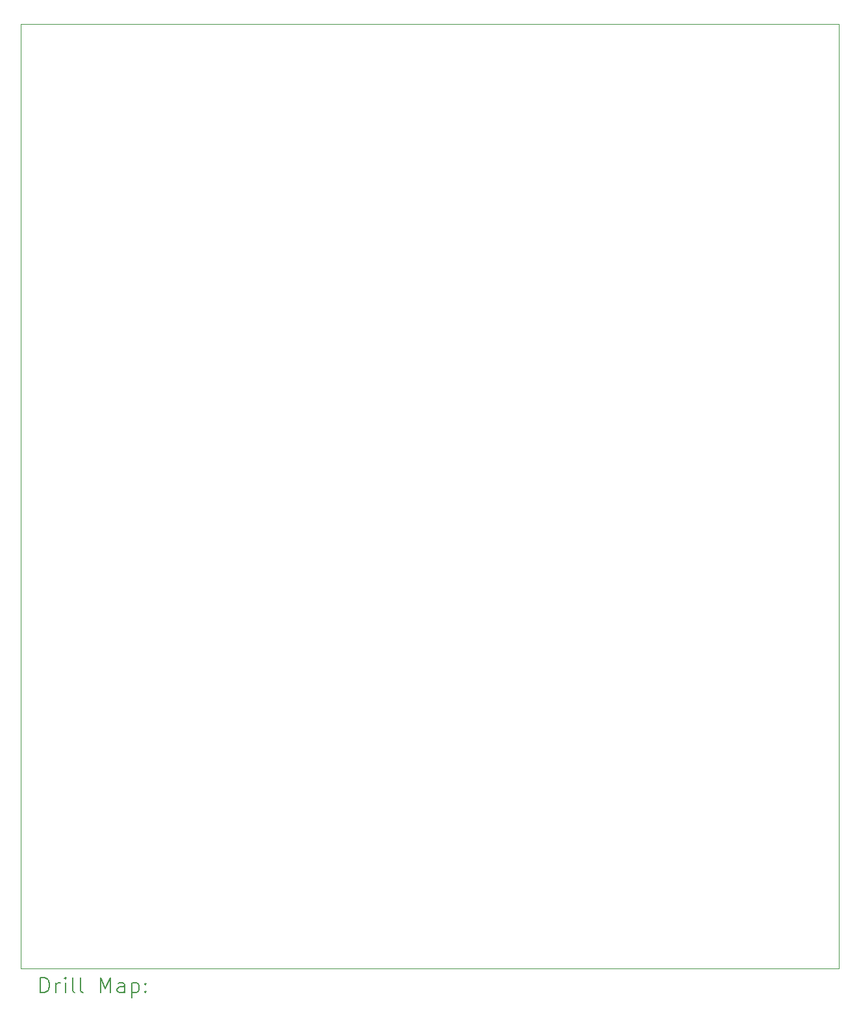
<source format=gbr>
%TF.GenerationSoftware,KiCad,Pcbnew,8.0.5*%
%TF.CreationDate,2024-12-11T17:18:18+01:00*%
%TF.ProjectId,12VSupport,31325653-7570-4706-9f72-742e6b696361,1.0*%
%TF.SameCoordinates,Original*%
%TF.FileFunction,Drillmap*%
%TF.FilePolarity,Positive*%
%FSLAX45Y45*%
G04 Gerber Fmt 4.5, Leading zero omitted, Abs format (unit mm)*
G04 Created by KiCad (PCBNEW 8.0.5) date 2024-12-11 17:18:18*
%MOMM*%
%LPD*%
G01*
G04 APERTURE LIST*
%ADD10C,0.050000*%
%ADD11C,0.200000*%
G04 APERTURE END LIST*
D10*
X4191000Y-4191000D02*
X4191000Y-16510000D01*
X14859000Y-4191000D02*
X4191000Y-4191000D01*
X14859000Y-4191000D02*
X14859000Y-16510000D01*
X14859000Y-16510000D02*
X4191000Y-16510000D01*
D11*
X4449277Y-16823984D02*
X4449277Y-16623984D01*
X4449277Y-16623984D02*
X4496896Y-16623984D01*
X4496896Y-16623984D02*
X4525467Y-16633508D01*
X4525467Y-16633508D02*
X4544515Y-16652555D01*
X4544515Y-16652555D02*
X4554039Y-16671603D01*
X4554039Y-16671603D02*
X4563563Y-16709698D01*
X4563563Y-16709698D02*
X4563563Y-16738269D01*
X4563563Y-16738269D02*
X4554039Y-16776365D01*
X4554039Y-16776365D02*
X4544515Y-16795412D01*
X4544515Y-16795412D02*
X4525467Y-16814460D01*
X4525467Y-16814460D02*
X4496896Y-16823984D01*
X4496896Y-16823984D02*
X4449277Y-16823984D01*
X4649277Y-16823984D02*
X4649277Y-16690650D01*
X4649277Y-16728746D02*
X4658801Y-16709698D01*
X4658801Y-16709698D02*
X4668324Y-16700174D01*
X4668324Y-16700174D02*
X4687372Y-16690650D01*
X4687372Y-16690650D02*
X4706420Y-16690650D01*
X4773086Y-16823984D02*
X4773086Y-16690650D01*
X4773086Y-16623984D02*
X4763563Y-16633508D01*
X4763563Y-16633508D02*
X4773086Y-16643031D01*
X4773086Y-16643031D02*
X4782610Y-16633508D01*
X4782610Y-16633508D02*
X4773086Y-16623984D01*
X4773086Y-16623984D02*
X4773086Y-16643031D01*
X4896896Y-16823984D02*
X4877848Y-16814460D01*
X4877848Y-16814460D02*
X4868324Y-16795412D01*
X4868324Y-16795412D02*
X4868324Y-16623984D01*
X5001658Y-16823984D02*
X4982610Y-16814460D01*
X4982610Y-16814460D02*
X4973086Y-16795412D01*
X4973086Y-16795412D02*
X4973086Y-16623984D01*
X5230229Y-16823984D02*
X5230229Y-16623984D01*
X5230229Y-16623984D02*
X5296896Y-16766841D01*
X5296896Y-16766841D02*
X5363563Y-16623984D01*
X5363563Y-16623984D02*
X5363563Y-16823984D01*
X5544515Y-16823984D02*
X5544515Y-16719222D01*
X5544515Y-16719222D02*
X5534991Y-16700174D01*
X5534991Y-16700174D02*
X5515944Y-16690650D01*
X5515944Y-16690650D02*
X5477848Y-16690650D01*
X5477848Y-16690650D02*
X5458801Y-16700174D01*
X5544515Y-16814460D02*
X5525467Y-16823984D01*
X5525467Y-16823984D02*
X5477848Y-16823984D01*
X5477848Y-16823984D02*
X5458801Y-16814460D01*
X5458801Y-16814460D02*
X5449277Y-16795412D01*
X5449277Y-16795412D02*
X5449277Y-16776365D01*
X5449277Y-16776365D02*
X5458801Y-16757317D01*
X5458801Y-16757317D02*
X5477848Y-16747793D01*
X5477848Y-16747793D02*
X5525467Y-16747793D01*
X5525467Y-16747793D02*
X5544515Y-16738269D01*
X5639753Y-16690650D02*
X5639753Y-16890650D01*
X5639753Y-16700174D02*
X5658801Y-16690650D01*
X5658801Y-16690650D02*
X5696896Y-16690650D01*
X5696896Y-16690650D02*
X5715943Y-16700174D01*
X5715943Y-16700174D02*
X5725467Y-16709698D01*
X5725467Y-16709698D02*
X5734991Y-16728746D01*
X5734991Y-16728746D02*
X5734991Y-16785889D01*
X5734991Y-16785889D02*
X5725467Y-16804936D01*
X5725467Y-16804936D02*
X5715943Y-16814460D01*
X5715943Y-16814460D02*
X5696896Y-16823984D01*
X5696896Y-16823984D02*
X5658801Y-16823984D01*
X5658801Y-16823984D02*
X5639753Y-16814460D01*
X5820705Y-16804936D02*
X5830229Y-16814460D01*
X5830229Y-16814460D02*
X5820705Y-16823984D01*
X5820705Y-16823984D02*
X5811182Y-16814460D01*
X5811182Y-16814460D02*
X5820705Y-16804936D01*
X5820705Y-16804936D02*
X5820705Y-16823984D01*
X5820705Y-16700174D02*
X5830229Y-16709698D01*
X5830229Y-16709698D02*
X5820705Y-16719222D01*
X5820705Y-16719222D02*
X5811182Y-16709698D01*
X5811182Y-16709698D02*
X5820705Y-16700174D01*
X5820705Y-16700174D02*
X5820705Y-16719222D01*
M02*

</source>
